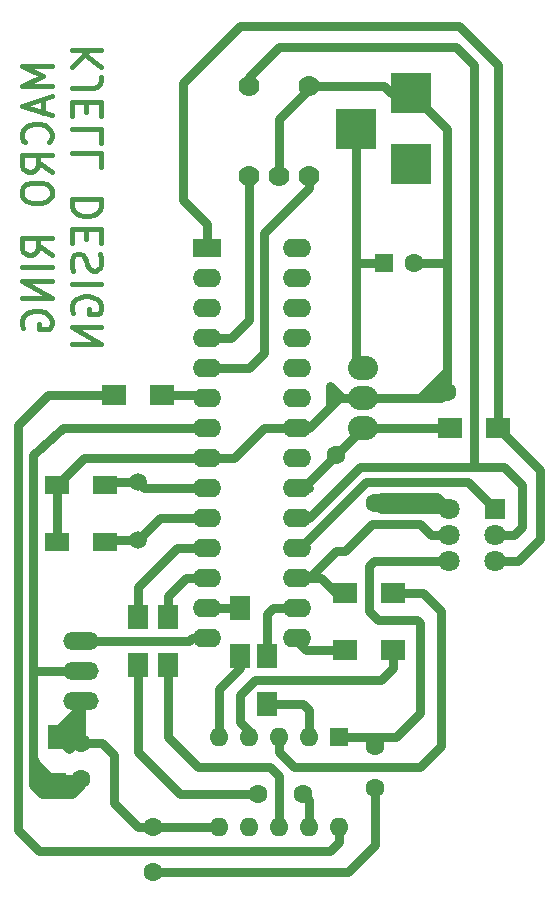
<source format=gbr>
G04 #@! TF.FileFunction,Copper,L2,Bot,Signal*
%FSLAX46Y46*%
G04 Gerber Fmt 4.6, Leading zero omitted, Abs format (unit mm)*
G04 Created by KiCad (PCBNEW 4.0.7) date 02/17/19 14:56:21*
%MOMM*%
%LPD*%
G01*
G04 APERTURE LIST*
%ADD10C,0.100000*%
%ADD11C,0.450000*%
%ADD12C,1.778000*%
%ADD13R,2.000000X1.600000*%
%ADD14R,3.500000X3.500000*%
%ADD15O,3.010000X1.510000*%
%ADD16R,1.800000X1.800000*%
%ADD17C,1.800000*%
%ADD18R,2.000000X1.700000*%
%ADD19R,1.700000X2.000000*%
%ADD20O,2.540000X2.032000*%
%ADD21C,1.500000*%
%ADD22R,2.400000X1.600000*%
%ADD23O,2.400000X1.600000*%
%ADD24R,1.600000X1.600000*%
%ADD25O,1.600000X1.600000*%
%ADD26C,1.600000*%
%ADD27R,1.600000X2.000000*%
%ADD28C,0.800000*%
G04 APERTURE END LIST*
D10*
D11*
X154478952Y-85956571D02*
X151978952Y-85956571D01*
X153764667Y-86789904D01*
X151978952Y-87623238D01*
X154478952Y-87623238D01*
X153764667Y-88694666D02*
X153764667Y-89885143D01*
X154478952Y-88456571D02*
X151978952Y-89289905D01*
X154478952Y-90123238D01*
X154240857Y-92385143D02*
X154359905Y-92266095D01*
X154478952Y-91908952D01*
X154478952Y-91670857D01*
X154359905Y-91313714D01*
X154121810Y-91075619D01*
X153883714Y-90956571D01*
X153407524Y-90837523D01*
X153050381Y-90837523D01*
X152574190Y-90956571D01*
X152336095Y-91075619D01*
X152098000Y-91313714D01*
X151978952Y-91670857D01*
X151978952Y-91908952D01*
X152098000Y-92266095D01*
X152217048Y-92385143D01*
X154478952Y-94885143D02*
X153288476Y-94051809D01*
X154478952Y-93456571D02*
X151978952Y-93456571D01*
X151978952Y-94408952D01*
X152098000Y-94647047D01*
X152217048Y-94766095D01*
X152455143Y-94885143D01*
X152812286Y-94885143D01*
X153050381Y-94766095D01*
X153169429Y-94647047D01*
X153288476Y-94408952D01*
X153288476Y-93456571D01*
X151978952Y-96432762D02*
X151978952Y-96908952D01*
X152098000Y-97147047D01*
X152336095Y-97385143D01*
X152812286Y-97504190D01*
X153645619Y-97504190D01*
X154121810Y-97385143D01*
X154359905Y-97147047D01*
X154478952Y-96908952D01*
X154478952Y-96432762D01*
X154359905Y-96194666D01*
X154121810Y-95956571D01*
X153645619Y-95837523D01*
X152812286Y-95837523D01*
X152336095Y-95956571D01*
X152098000Y-96194666D01*
X151978952Y-96432762D01*
X154478952Y-101908953D02*
X153288476Y-101075619D01*
X154478952Y-100480381D02*
X151978952Y-100480381D01*
X151978952Y-101432762D01*
X152098000Y-101670857D01*
X152217048Y-101789905D01*
X152455143Y-101908953D01*
X152812286Y-101908953D01*
X153050381Y-101789905D01*
X153169429Y-101670857D01*
X153288476Y-101432762D01*
X153288476Y-100480381D01*
X154478952Y-102980381D02*
X151978952Y-102980381D01*
X154478952Y-104170857D02*
X151978952Y-104170857D01*
X154478952Y-105599429D01*
X151978952Y-105599429D01*
X152098000Y-108099429D02*
X151978952Y-107861334D01*
X151978952Y-107504191D01*
X152098000Y-107147048D01*
X152336095Y-106908953D01*
X152574190Y-106789905D01*
X153050381Y-106670857D01*
X153407524Y-106670857D01*
X153883714Y-106789905D01*
X154121810Y-106908953D01*
X154359905Y-107147048D01*
X154478952Y-107504191D01*
X154478952Y-107742286D01*
X154359905Y-108099429D01*
X154240857Y-108218477D01*
X153407524Y-108218477D01*
X153407524Y-107742286D01*
X158678952Y-84587523D02*
X156178952Y-84587523D01*
X158678952Y-86016095D02*
X157250381Y-84944666D01*
X156178952Y-86016095D02*
X157607524Y-84587523D01*
X156178952Y-87801809D02*
X157964667Y-87801809D01*
X158321810Y-87682761D01*
X158559905Y-87444666D01*
X158678952Y-87087523D01*
X158678952Y-86849428D01*
X157369429Y-88992285D02*
X157369429Y-89825618D01*
X158678952Y-90182761D02*
X158678952Y-88992285D01*
X156178952Y-88992285D01*
X156178952Y-90182761D01*
X158678952Y-92444666D02*
X158678952Y-91254190D01*
X156178952Y-91254190D01*
X158678952Y-94468476D02*
X158678952Y-93278000D01*
X156178952Y-93278000D01*
X158678952Y-97206572D02*
X156178952Y-97206572D01*
X156178952Y-97801810D01*
X156298000Y-98158953D01*
X156536095Y-98397048D01*
X156774190Y-98516096D01*
X157250381Y-98635144D01*
X157607524Y-98635144D01*
X158083714Y-98516096D01*
X158321810Y-98397048D01*
X158559905Y-98158953D01*
X158678952Y-97801810D01*
X158678952Y-97206572D01*
X157369429Y-99706572D02*
X157369429Y-100539905D01*
X158678952Y-100897048D02*
X158678952Y-99706572D01*
X156178952Y-99706572D01*
X156178952Y-100897048D01*
X158559905Y-101849429D02*
X158678952Y-102206572D01*
X158678952Y-102801810D01*
X158559905Y-103039906D01*
X158440857Y-103158953D01*
X158202762Y-103278001D01*
X157964667Y-103278001D01*
X157726571Y-103158953D01*
X157607524Y-103039906D01*
X157488476Y-102801810D01*
X157369429Y-102325620D01*
X157250381Y-102087525D01*
X157131333Y-101968477D01*
X156893238Y-101849429D01*
X156655143Y-101849429D01*
X156417048Y-101968477D01*
X156298000Y-102087525D01*
X156178952Y-102325620D01*
X156178952Y-102920858D01*
X156298000Y-103278001D01*
X158678952Y-104349429D02*
X156178952Y-104349429D01*
X156298000Y-106849429D02*
X156178952Y-106611334D01*
X156178952Y-106254191D01*
X156298000Y-105897048D01*
X156536095Y-105658953D01*
X156774190Y-105539905D01*
X157250381Y-105420857D01*
X157607524Y-105420857D01*
X158083714Y-105539905D01*
X158321810Y-105658953D01*
X158559905Y-105897048D01*
X158678952Y-106254191D01*
X158678952Y-106492286D01*
X158559905Y-106849429D01*
X158440857Y-106968477D01*
X157607524Y-106968477D01*
X157607524Y-106492286D01*
X158678952Y-108039905D02*
X156178952Y-108039905D01*
X158678952Y-109468477D01*
X156178952Y-109468477D01*
D12*
X171196000Y-87630000D03*
X176276000Y-87630000D03*
X176276000Y-95250000D03*
X173736000Y-95250000D03*
X171196000Y-95250000D03*
D13*
X154972000Y-121412000D03*
X158972000Y-121412000D03*
X154972000Y-126238000D03*
X158972000Y-126238000D03*
D14*
X184912000Y-94234000D03*
X184912000Y-88234000D03*
X180212000Y-91234000D03*
D15*
X156972000Y-134620000D03*
X156972000Y-137160000D03*
X156972000Y-139700000D03*
D16*
X192024000Y-123444000D03*
D17*
X192024000Y-125644000D03*
X192024000Y-127844000D03*
X188124000Y-123444000D03*
X188124000Y-125644000D03*
X188124000Y-127844000D03*
D18*
X163798000Y-113792000D03*
X159798000Y-113792000D03*
D19*
X161798000Y-132620000D03*
X161798000Y-136620000D03*
X164338000Y-132620000D03*
X164338000Y-136620000D03*
X170434000Y-131858000D03*
X170434000Y-135858000D03*
D18*
X179356000Y-135382000D03*
X183356000Y-135382000D03*
D19*
X172720000Y-135922000D03*
X172720000Y-139922000D03*
D18*
X179356000Y-130556000D03*
X183356000Y-130556000D03*
X188246000Y-116586000D03*
X192246000Y-116586000D03*
D20*
X180848000Y-114046000D03*
X180848000Y-116586000D03*
X180848000Y-111506000D03*
D21*
X161798000Y-121158000D03*
X161798000Y-126038000D03*
D22*
X167640000Y-101346000D03*
D23*
X175260000Y-134366000D03*
X167640000Y-103886000D03*
X175260000Y-131826000D03*
X167640000Y-106426000D03*
X175260000Y-129286000D03*
X167640000Y-108966000D03*
X175260000Y-126746000D03*
X167640000Y-111506000D03*
X175260000Y-124206000D03*
X167640000Y-114046000D03*
X175260000Y-121666000D03*
X167640000Y-116586000D03*
X175260000Y-119126000D03*
X167640000Y-119126000D03*
X175260000Y-116586000D03*
X167640000Y-121666000D03*
X175260000Y-114046000D03*
X167640000Y-124206000D03*
X175260000Y-111506000D03*
X167640000Y-126746000D03*
X175260000Y-108966000D03*
X167640000Y-129286000D03*
X175260000Y-106426000D03*
X167640000Y-131826000D03*
X175260000Y-103886000D03*
X167640000Y-134366000D03*
X175260000Y-101346000D03*
D24*
X178816000Y-142748000D03*
D25*
X168656000Y-150368000D03*
X176276000Y-142748000D03*
X171196000Y-150368000D03*
X173736000Y-142748000D03*
X173736000Y-150368000D03*
X171196000Y-142748000D03*
X176276000Y-150368000D03*
X168656000Y-142748000D03*
X178816000Y-150368000D03*
D24*
X182626000Y-102616000D03*
D26*
X185126000Y-102616000D03*
D27*
X154940000Y-146780000D03*
X154940000Y-142780000D03*
D26*
X181864000Y-143510000D03*
X181864000Y-147066000D03*
X163068000Y-154178000D03*
X163068000Y-150368000D03*
X187960000Y-113538000D03*
X156972000Y-143256000D03*
X171958000Y-147574000D03*
X175768000Y-147574000D03*
X181864000Y-122936000D03*
X156972000Y-146304000D03*
X178562000Y-118872000D03*
X183642000Y-122936000D03*
D28*
X176276000Y-87630000D02*
X176276000Y-87884000D01*
X176276000Y-87884000D02*
X173736000Y-90424000D01*
X173736000Y-90424000D02*
X173736000Y-95250000D01*
X184912000Y-88234000D02*
X183230000Y-88234000D01*
X183230000Y-88234000D02*
X182626000Y-87630000D01*
X182626000Y-87630000D02*
X176276000Y-87630000D01*
X161798000Y-150368000D02*
X163068000Y-150368000D01*
X181864000Y-143510000D02*
X181864000Y-142748000D01*
X181864000Y-151892000D02*
X181864000Y-147066000D01*
X179578000Y-154178000D02*
X181864000Y-151892000D01*
X165862000Y-154178000D02*
X179578000Y-154178000D01*
X163068000Y-154178000D02*
X165862000Y-154178000D01*
X188124000Y-127844000D02*
X181782000Y-127844000D01*
X181782000Y-127844000D02*
X181356000Y-128270000D01*
X181356000Y-128270000D02*
X181356000Y-132080000D01*
X181356000Y-132080000D02*
X182118000Y-132842000D01*
X182118000Y-132842000D02*
X185420000Y-132842000D01*
X185420000Y-132842000D02*
X185674000Y-133096000D01*
X185674000Y-133096000D02*
X185674000Y-140716000D01*
X185674000Y-140716000D02*
X183642000Y-142748000D01*
X183642000Y-142748000D02*
X181864000Y-142748000D01*
X181864000Y-142748000D02*
X178816000Y-142748000D01*
X168656000Y-150368000D02*
X161798000Y-150368000D01*
X158750000Y-143256000D02*
X156972000Y-143256000D01*
X159766000Y-144272000D02*
X158750000Y-143256000D01*
X159766000Y-148336000D02*
X159766000Y-144272000D01*
X161798000Y-150368000D02*
X159766000Y-148336000D01*
X179324000Y-114046000D02*
X179070000Y-114046000D01*
X179070000Y-114046000D02*
X178054000Y-113030000D01*
X169672000Y-119126000D02*
X169926000Y-119126000D01*
X169926000Y-119126000D02*
X172466000Y-116586000D01*
X172466000Y-116586000D02*
X175260000Y-116586000D01*
X187960000Y-111760000D02*
X185674000Y-114046000D01*
X185674000Y-114046000D02*
X185928000Y-114046000D01*
X187960000Y-112522000D02*
X187960000Y-113030000D01*
X187960000Y-113030000D02*
X187452000Y-112522000D01*
X187452000Y-112522000D02*
X187198000Y-112522000D01*
X186944000Y-114046000D02*
X186944000Y-112776000D01*
X186944000Y-112776000D02*
X187198000Y-112522000D01*
X187198000Y-112522000D02*
X187960000Y-112522000D01*
X154940000Y-142780000D02*
X154940000Y-142240000D01*
X154940000Y-142240000D02*
X156972000Y-140208000D01*
X156972000Y-140208000D02*
X156972000Y-139700000D01*
X156972000Y-143256000D02*
X155416000Y-143256000D01*
X155416000Y-143256000D02*
X154940000Y-142780000D01*
X156972000Y-143256000D02*
X156464000Y-143256000D01*
X156464000Y-143256000D02*
X155956000Y-143764000D01*
X155956000Y-143764000D02*
X155924000Y-143764000D01*
X155924000Y-143764000D02*
X154940000Y-142780000D01*
X154940000Y-142780000D02*
X155416000Y-142780000D01*
X155416000Y-142780000D02*
X156972000Y-141224000D01*
X156972000Y-141224000D02*
X156972000Y-141478000D01*
X154940000Y-142780000D02*
X155670000Y-142780000D01*
X155670000Y-142780000D02*
X156972000Y-141478000D01*
X156972000Y-141478000D02*
X156972000Y-141478000D01*
X154940000Y-142780000D02*
X156496000Y-142780000D01*
X156496000Y-142780000D02*
X156972000Y-143256000D01*
X167640000Y-119126000D02*
X169672000Y-119126000D01*
X180848000Y-114046000D02*
X186944000Y-114046000D01*
X186944000Y-114046000D02*
X187452000Y-114046000D01*
X187452000Y-114046000D02*
X187960000Y-113538000D01*
X156972000Y-143256000D02*
X156972000Y-141478000D01*
X156972000Y-141478000D02*
X156972000Y-139700000D01*
X185126000Y-102616000D02*
X187960000Y-102616000D01*
X187960000Y-102616000D02*
X187706000Y-102616000D01*
X187706000Y-102616000D02*
X187960000Y-102616000D01*
X187960000Y-113538000D02*
X187960000Y-112522000D01*
X187960000Y-112522000D02*
X187960000Y-111760000D01*
X187960000Y-111760000D02*
X187960000Y-102616000D01*
X187960000Y-102616000D02*
X187960000Y-91282000D01*
X187960000Y-91282000D02*
X184912000Y-88234000D01*
X184054000Y-87376000D02*
X184912000Y-88234000D01*
X185832000Y-114046000D02*
X187452000Y-114046000D01*
X187452000Y-114046000D02*
X187960000Y-113538000D01*
X178054000Y-114808000D02*
X178054000Y-113030000D01*
X185832000Y-114046000D02*
X185928000Y-114046000D01*
X175260000Y-116586000D02*
X176276000Y-116586000D01*
X176276000Y-116586000D02*
X178054000Y-114808000D01*
X178054000Y-114808000D02*
X178816000Y-114046000D01*
X178816000Y-114046000D02*
X179324000Y-114046000D01*
X179324000Y-114046000D02*
X180848000Y-114046000D01*
X185928000Y-114046000D02*
X180848000Y-114046000D01*
X154972000Y-121412000D02*
X154972000Y-121380000D01*
X154972000Y-121380000D02*
X157226000Y-119126000D01*
X157226000Y-119126000D02*
X167640000Y-119126000D01*
X154972000Y-126238000D02*
X154972000Y-121412000D01*
X161798000Y-121158000D02*
X159226000Y-121158000D01*
X159226000Y-121158000D02*
X158972000Y-121412000D01*
X167640000Y-121666000D02*
X162306000Y-121666000D01*
X162306000Y-121666000D02*
X161798000Y-121158000D01*
X161798000Y-126038000D02*
X159172000Y-126038000D01*
X159172000Y-126038000D02*
X158972000Y-126238000D01*
X167640000Y-124206000D02*
X163630000Y-124206000D01*
X163630000Y-124206000D02*
X161798000Y-126038000D01*
X167640000Y-134366000D02*
X166370000Y-134366000D01*
X166370000Y-134366000D02*
X166116000Y-134620000D01*
X166116000Y-134620000D02*
X156972000Y-134620000D01*
X175260000Y-126746000D02*
X175514000Y-126746000D01*
X175514000Y-126746000D02*
X181102000Y-121158000D01*
X181102000Y-121158000D02*
X189738000Y-121158000D01*
X189738000Y-121158000D02*
X192024000Y-123444000D01*
X171196000Y-87630000D02*
X171196000Y-86868000D01*
X171196000Y-86868000D02*
X173736000Y-84328000D01*
X173736000Y-84328000D02*
X188722000Y-84328000D01*
X188722000Y-84328000D02*
X190246000Y-85852000D01*
X190246000Y-85852000D02*
X190246000Y-119888000D01*
X190246000Y-119888000D02*
X190246000Y-119634000D01*
X190246000Y-119634000D02*
X190246000Y-119888000D01*
X175260000Y-124206000D02*
X176276000Y-124206000D01*
X176276000Y-124206000D02*
X180594000Y-119888000D01*
X180594000Y-119888000D02*
X190246000Y-119888000D01*
X190246000Y-119888000D02*
X192786000Y-119888000D01*
X192786000Y-119888000D02*
X194310000Y-121412000D01*
X194310000Y-121412000D02*
X194310000Y-124968000D01*
X194310000Y-124968000D02*
X193634000Y-125644000D01*
X193634000Y-125644000D02*
X192024000Y-125644000D01*
X167640000Y-101346000D02*
X167640000Y-99314000D01*
X192246000Y-85820000D02*
X192246000Y-116586000D01*
X188976000Y-82550000D02*
X192246000Y-85820000D01*
X170434000Y-82550000D02*
X188976000Y-82550000D01*
X165608000Y-87376000D02*
X170434000Y-82550000D01*
X165608000Y-97282000D02*
X165608000Y-87376000D01*
X167640000Y-99314000D02*
X165608000Y-97282000D01*
X192024000Y-127844000D02*
X193974000Y-127844000D01*
X195834000Y-120174000D02*
X192246000Y-116586000D01*
X195834000Y-125984000D02*
X195834000Y-120174000D01*
X193974000Y-127844000D02*
X195834000Y-125984000D01*
X179356000Y-130556000D02*
X178562000Y-130556000D01*
X178562000Y-130556000D02*
X177292000Y-129286000D01*
X177292000Y-129286000D02*
X175260000Y-129286000D01*
X188124000Y-125644000D02*
X186604000Y-125644000D01*
X186604000Y-125644000D02*
X185674000Y-124714000D01*
X185674000Y-124714000D02*
X181642000Y-124714000D01*
X181642000Y-124714000D02*
X179356000Y-127000000D01*
X175260000Y-129286000D02*
X176276000Y-129286000D01*
X176276000Y-129286000D02*
X178562000Y-127000000D01*
X178562000Y-127000000D02*
X179356000Y-127000000D01*
X163798000Y-113792000D02*
X167386000Y-113792000D01*
X167386000Y-113792000D02*
X167640000Y-114046000D01*
X178816000Y-150368000D02*
X178816000Y-151638000D01*
X154178000Y-113792000D02*
X159798000Y-113792000D01*
X151638000Y-116332000D02*
X154178000Y-113792000D01*
X151638000Y-150622000D02*
X151638000Y-116332000D01*
X153416000Y-152400000D02*
X151638000Y-150622000D01*
X178054000Y-152400000D02*
X153416000Y-152400000D01*
X178816000Y-151638000D02*
X178054000Y-152400000D01*
X167640000Y-126746000D02*
X165100000Y-126746000D01*
X165100000Y-126746000D02*
X161798000Y-130048000D01*
X161798000Y-130048000D02*
X161798000Y-132620000D01*
X161798000Y-136620000D02*
X161798000Y-144018000D01*
X161798000Y-144018000D02*
X165354000Y-147574000D01*
X165354000Y-147574000D02*
X171958000Y-147574000D01*
X175768000Y-147574000D02*
X176276000Y-148082000D01*
X176276000Y-148082000D02*
X176276000Y-150368000D01*
X167640000Y-129286000D02*
X165862000Y-129286000D01*
X165862000Y-129286000D02*
X164338000Y-130810000D01*
X164338000Y-130810000D02*
X164338000Y-132620000D01*
X164338000Y-136620000D02*
X164338000Y-142748000D01*
X173736000Y-146050000D02*
X173736000Y-150368000D01*
X172974000Y-145288000D02*
X173736000Y-146050000D01*
X166878000Y-145288000D02*
X172974000Y-145288000D01*
X164338000Y-142748000D02*
X166878000Y-145288000D01*
X170434000Y-131858000D02*
X167672000Y-131858000D01*
X167672000Y-131858000D02*
X167640000Y-131826000D01*
X170434000Y-135858000D02*
X170434000Y-136906000D01*
X168656000Y-138684000D02*
X168656000Y-142748000D01*
X170434000Y-136906000D02*
X168656000Y-138684000D01*
X175260000Y-134366000D02*
X175260000Y-134620000D01*
X175260000Y-134620000D02*
X176022000Y-135382000D01*
X176022000Y-135382000D02*
X179356000Y-135382000D01*
X171196000Y-142748000D02*
X171196000Y-142240000D01*
X171196000Y-142240000D02*
X170434000Y-141478000D01*
X170434000Y-141478000D02*
X170434000Y-139192000D01*
X170434000Y-139192000D02*
X171704000Y-137922000D01*
X171704000Y-137922000D02*
X182372000Y-137922000D01*
X182372000Y-137922000D02*
X183356000Y-136938000D01*
X183356000Y-136938000D02*
X183356000Y-135382000D01*
X172720000Y-135922000D02*
X172720000Y-132334000D01*
X173228000Y-131826000D02*
X175260000Y-131826000D01*
X172720000Y-132334000D02*
X173228000Y-131826000D01*
X172720000Y-139922000D02*
X175736000Y-139922000D01*
X176276000Y-140462000D02*
X176276000Y-142748000D01*
X175736000Y-139922000D02*
X176276000Y-140462000D01*
X183356000Y-130556000D02*
X185928000Y-130556000D01*
X173736000Y-144018000D02*
X173736000Y-142748000D01*
X175006000Y-145288000D02*
X173736000Y-144018000D01*
X185674000Y-145288000D02*
X175006000Y-145288000D01*
X187452000Y-143510000D02*
X185674000Y-145288000D01*
X187452000Y-132080000D02*
X187452000Y-143510000D01*
X185928000Y-130556000D02*
X187452000Y-132080000D01*
X173736000Y-142748000D02*
X173736000Y-143256000D01*
X167640000Y-108966000D02*
X169672000Y-108966000D01*
X171196000Y-107442000D02*
X171196000Y-95250000D01*
X169672000Y-108966000D02*
X171196000Y-107442000D01*
X167640000Y-108966000D02*
X168656000Y-108966000D01*
X176276000Y-95250000D02*
X176276000Y-96266000D01*
X171196000Y-111506000D02*
X167640000Y-111506000D01*
X172466000Y-110236000D02*
X171196000Y-111506000D01*
X172466000Y-100076000D02*
X172466000Y-110236000D01*
X176276000Y-96266000D02*
X172466000Y-100076000D01*
X182626000Y-102616000D02*
X180212000Y-102616000D01*
X180212000Y-102616000D02*
X180594000Y-102616000D01*
X180594000Y-102616000D02*
X180212000Y-102616000D01*
X180212000Y-91234000D02*
X180212000Y-102616000D01*
X180212000Y-102616000D02*
X180212000Y-110870000D01*
X180212000Y-110870000D02*
X180848000Y-111506000D01*
X188124000Y-123444000D02*
X182372000Y-123444000D01*
X182372000Y-123444000D02*
X181864000Y-122936000D01*
X181864000Y-122936000D02*
X187616000Y-122936000D01*
X187616000Y-122936000D02*
X187108000Y-122428000D01*
X187108000Y-122428000D02*
X182372000Y-122428000D01*
X182372000Y-122428000D02*
X181864000Y-122936000D01*
X153924000Y-147574000D02*
X153670000Y-147574000D01*
X153670000Y-147574000D02*
X152908000Y-146812000D01*
X152908000Y-146812000D02*
X152908000Y-145132595D01*
X156972000Y-146304000D02*
X156972000Y-146812000D01*
X156972000Y-146812000D02*
X156210000Y-147574000D01*
X156210000Y-147574000D02*
X153924000Y-147574000D01*
X183642000Y-122936000D02*
X181864000Y-122936000D01*
X156972000Y-146304000D02*
X154432000Y-146304000D01*
X154432000Y-146304000D02*
X153260595Y-145132595D01*
X153260595Y-145132595D02*
X152908000Y-145132595D01*
X152908000Y-144780000D02*
X152908000Y-145132595D01*
X152908000Y-145132595D02*
X152908000Y-145288000D01*
X152908000Y-145288000D02*
X153924000Y-146304000D01*
X156972000Y-146304000D02*
X156496000Y-146780000D01*
X156496000Y-146780000D02*
X154940000Y-146780000D01*
X154940000Y-146780000D02*
X154654000Y-147066000D01*
X154654000Y-147066000D02*
X153670000Y-147066000D01*
X153670000Y-147066000D02*
X152908000Y-146304000D01*
X152908000Y-146304000D02*
X152908000Y-144780000D01*
X152908000Y-144780000D02*
X152908000Y-144510002D01*
X156972000Y-137160000D02*
X152908000Y-137160000D01*
X152908000Y-137160000D02*
X153162000Y-137160000D01*
X153162000Y-137160000D02*
X152908000Y-137160000D01*
X154940000Y-146780000D02*
X156496000Y-146780000D01*
X156496000Y-146780000D02*
X156972000Y-146304000D01*
X156972000Y-146304000D02*
X153924000Y-146304000D01*
X153924000Y-146304000D02*
X152908000Y-144510002D01*
X152908000Y-144510002D02*
X152908000Y-137160000D01*
X152908000Y-137160000D02*
X152908000Y-118887998D01*
X152908000Y-118887998D02*
X155448000Y-116586000D01*
X155448000Y-116586000D02*
X167640000Y-116586000D01*
X175260000Y-121666000D02*
X175768000Y-121666000D01*
X175768000Y-121666000D02*
X178562000Y-118872000D01*
X183642000Y-122936000D02*
X185928000Y-122936000D01*
X185928000Y-122936000D02*
X187452000Y-122936000D01*
X187452000Y-122936000D02*
X187960000Y-123444000D01*
X187960000Y-123444000D02*
X188124000Y-123444000D01*
X175260000Y-121666000D02*
X175768000Y-121666000D01*
X175768000Y-121666000D02*
X180848000Y-116586000D01*
X188124000Y-123444000D02*
X187706000Y-123444000D01*
X180848000Y-117094000D02*
X180848000Y-116586000D01*
X180848000Y-116586000D02*
X180848000Y-117094000D01*
X176276000Y-121666000D02*
X175260000Y-121666000D01*
X180848000Y-116586000D02*
X188246000Y-116586000D01*
M02*

</source>
